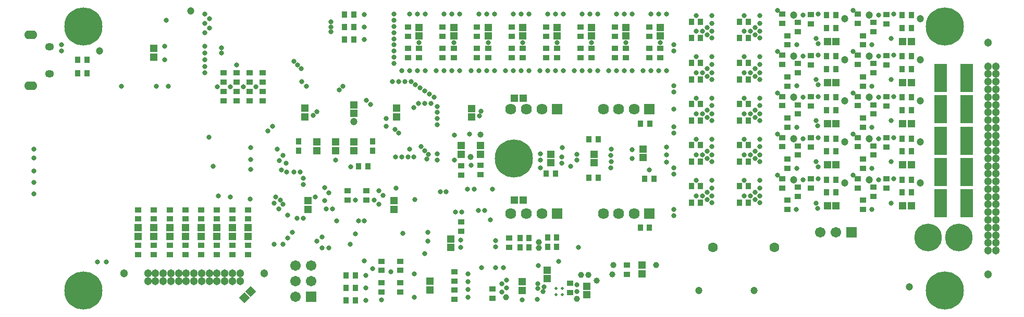
<source format=gbr>
%TF.GenerationSoftware,Altium Limited,Altium Designer,22.4.2 (48)*%
G04 Layer_Color=16711935*
%FSLAX45Y45*%
%MOMM*%
%TF.SameCoordinates,DD45EC1B-027E-4741-A071-7A00BA1CB46E*%
%TF.FilePolarity,Negative*%
%TF.FileFunction,Soldermask,Bot*%
%TF.Part,Single*%
G01*
G75*
%TA.AperFunction,ViaPad*%
%ADD89C,0.50000*%
%TA.AperFunction,SMDPad,CuDef*%
%ADD97R,0.90320X1.10320*%
%ADD98R,2.10320X4.64320*%
%ADD99R,1.30320X1.25320*%
%ADD100R,1.10320X0.90320*%
%ADD101R,0.90320X1.05320*%
%ADD102R,1.25320X1.30320*%
G04:AMPARAMS|DCode=103|XSize=1.3032mm|YSize=1.2532mm|CornerRadius=0mm|HoleSize=0mm|Usage=FLASHONLY|Rotation=315.000|XOffset=0mm|YOffset=0mm|HoleType=Round|Shape=Rectangle|*
%AMROTATEDRECTD103*
4,1,4,-0.90383,0.01768,-0.01768,0.90383,0.90383,-0.01768,0.01768,-0.90383,-0.90383,0.01768,0.0*
%
%ADD103ROTATEDRECTD103*%

%TA.AperFunction,ComponentPad*%
%ADD104R,1.70320X1.70320*%
%ADD105C,4.50320*%
%ADD106C,1.30320*%
%ADD107C,1.79320*%
%ADD108R,1.79320X1.79320*%
%ADD109C,1.70320*%
%ADD110O,1.45320X1.25320*%
%ADD111O,2.10320X1.40320*%
%ADD112R,1.70320X1.70320*%
%TA.AperFunction,ViaPad*%
%ADD113C,0.80320*%
%ADD114C,1.20320*%
%ADD115C,1.00320*%
%ADD116C,6.20320*%
%ADD117C,1.60320*%
D89*
X9680002Y1385001D02*
D03*
X9780002D02*
D03*
X9680002Y1285001D02*
D03*
X9780002D02*
D03*
D97*
X11050000Y2370000D02*
D03*
X11200000D02*
D03*
X11055000Y4065000D02*
D03*
X11205000D02*
D03*
X9545000Y2210000D02*
D03*
X9695000D02*
D03*
X9095000Y2205000D02*
D03*
X9245000D02*
D03*
X9695000Y2060000D02*
D03*
X9545000D02*
D03*
X9095000Y2055000D02*
D03*
X9245000Y2055000D02*
D03*
X11125000Y3170000D02*
D03*
X11275000D02*
D03*
X9525000Y3250000D02*
D03*
X9675000D02*
D03*
X10365000Y3810000D02*
D03*
X10215000D02*
D03*
X10220000Y3190000D02*
D03*
X10370000Y3190000D02*
D03*
X2060000Y5105000D02*
D03*
X1910000D02*
D03*
X2060000Y4890001D02*
D03*
X1910000Y4890000D02*
D03*
X6475000Y3370000D02*
D03*
X6625000D02*
D03*
X6420000Y1190000D02*
D03*
X6270000D02*
D03*
X6420000Y1395000D02*
D03*
X6270000D02*
D03*
Y1594999D02*
D03*
X6420000D02*
D03*
X6395000Y5440000D02*
D03*
X6245000Y5440000D02*
D03*
X6395000Y5645000D02*
D03*
X6245000Y5645000D02*
D03*
X6245000Y5844999D02*
D03*
X6395000Y5844999D02*
D03*
X11879999Y2780000D02*
D03*
X12029999D02*
D03*
X11879999Y3050000D02*
D03*
X12029999D02*
D03*
X12659998Y2780000D02*
D03*
X12809998D02*
D03*
X12659998Y3050000D02*
D03*
X12809998D02*
D03*
X11879999Y3450000D02*
D03*
X12029999D02*
D03*
X11879999Y3720000D02*
D03*
X12029999D02*
D03*
X12659998Y3450000D02*
D03*
X12809998D02*
D03*
X12659998Y3720000D02*
D03*
X12809998D02*
D03*
X11879999Y4120000D02*
D03*
X12029999D02*
D03*
X11879999Y4390000D02*
D03*
X12029999D02*
D03*
X12659998Y4120000D02*
D03*
X12809998D02*
D03*
X12659998Y4390000D02*
D03*
X12809998D02*
D03*
X11879999Y4790000D02*
D03*
X12029999D02*
D03*
X11879999Y5060000D02*
D03*
X12029999D02*
D03*
X12659998Y4790000D02*
D03*
X12809998D02*
D03*
X12659998Y5060000D02*
D03*
X12809998D02*
D03*
X11879999Y5459999D02*
D03*
X12029999D02*
D03*
X11879999Y5729999D02*
D03*
X12029999D02*
D03*
X12659998Y5730000D02*
D03*
X12809998D02*
D03*
X12659998Y5460000D02*
D03*
X12809998D02*
D03*
X14230000Y3155001D02*
D03*
X14080003D02*
D03*
X14230000Y2945001D02*
D03*
X14080003D02*
D03*
X15305000Y5835000D02*
D03*
X15455000D02*
D03*
X15305000Y5625000D02*
D03*
X15455000D02*
D03*
X14079999Y4495001D02*
D03*
X14229996D02*
D03*
X14079999Y4285001D02*
D03*
X14229996D02*
D03*
X14079999Y3825001D02*
D03*
X14230000D02*
D03*
X14079999Y3615001D02*
D03*
X14230000D02*
D03*
X14080003Y5165001D02*
D03*
X14230000D02*
D03*
X14080003Y4955001D02*
D03*
X14230000D02*
D03*
X14079999Y5835001D02*
D03*
X14230000D02*
D03*
X14079999Y5625001D02*
D03*
X14230000D02*
D03*
X15305003Y3825001D02*
D03*
X15455000D02*
D03*
X15305003Y3615001D02*
D03*
X15455000D02*
D03*
X15304997Y4495001D02*
D03*
X15455000D02*
D03*
X15304997Y4285001D02*
D03*
X15455000D02*
D03*
X15304997Y3155001D02*
D03*
X15454996D02*
D03*
X15304997Y2945001D02*
D03*
X15454996D02*
D03*
X15304997Y5165001D02*
D03*
X15455000D02*
D03*
X15304997Y4955001D02*
D03*
X15455000D02*
D03*
D98*
X15927499Y4300000D02*
D03*
X16352499D02*
D03*
X15927499Y4810001D02*
D03*
X16352499Y4810001D02*
D03*
X15927499Y2770000D02*
D03*
X16352499D02*
D03*
X15927499Y3280000D02*
D03*
X16352499D02*
D03*
X15927499Y3790000D02*
D03*
X16352499D02*
D03*
D99*
X7630000Y1360991D02*
D03*
Y1500991D02*
D03*
X9535002Y1680001D02*
D03*
Y1540001D02*
D03*
X10180000Y1420000D02*
D03*
Y1280000D02*
D03*
X9135002Y1492502D02*
D03*
Y1352502D02*
D03*
X7970000Y2050000D02*
D03*
Y2190000D02*
D03*
X4170001Y2370000D02*
D03*
Y2230000D02*
D03*
X9600002Y3569999D02*
D03*
Y3429998D02*
D03*
X6100000Y3630000D02*
D03*
Y3770000D02*
D03*
X6400000Y3630000D02*
D03*
Y3770000D02*
D03*
X11080000Y1760000D02*
D03*
Y1620000D02*
D03*
X8307497Y4313751D02*
D03*
Y4173751D02*
D03*
X10300000Y3570002D02*
D03*
Y3430002D02*
D03*
X11100000Y3655000D02*
D03*
Y3515000D02*
D03*
X8140000Y3710000D02*
D03*
Y3570000D02*
D03*
X8455000Y3710000D02*
D03*
Y3570000D02*
D03*
X3150000Y5290000D02*
D03*
Y5150000D02*
D03*
X6395000Y4235000D02*
D03*
Y4375000D02*
D03*
X5650000Y2810000D02*
D03*
Y2670000D02*
D03*
X5605000Y4180000D02*
D03*
Y4320000D02*
D03*
X7090000Y4180000D02*
D03*
Y4320000D02*
D03*
X7050000Y2670000D02*
D03*
Y2810000D02*
D03*
X5800000Y3630000D02*
D03*
Y3770000D02*
D03*
X2895001Y2370000D02*
D03*
Y2230000D02*
D03*
X3150001Y2370000D02*
D03*
Y2230000D02*
D03*
X4425001Y2370000D02*
D03*
Y2230000D02*
D03*
X3660001Y2370000D02*
D03*
Y2230000D02*
D03*
X3405001Y2370000D02*
D03*
Y2230000D02*
D03*
X3915001Y2370000D02*
D03*
Y2230000D02*
D03*
X4680001Y2370000D02*
D03*
Y2230000D02*
D03*
X8579007Y5494999D02*
D03*
Y5634998D02*
D03*
X9139007Y5494999D02*
D03*
Y5634998D02*
D03*
X8019007Y5494999D02*
D03*
Y5634998D02*
D03*
X7459007D02*
D03*
Y5494999D02*
D03*
X10259007D02*
D03*
Y5634998D02*
D03*
X11379006Y5494999D02*
D03*
Y5634998D02*
D03*
X9699007Y5494999D02*
D03*
Y5634998D02*
D03*
X10819007Y5494999D02*
D03*
Y5634998D02*
D03*
D100*
X14670000Y5500000D02*
D03*
X14585001Y5700000D02*
D03*
X13445001Y5500001D02*
D03*
X13359996Y5699998D02*
D03*
X14670001Y4830001D02*
D03*
X14584996Y5029998D02*
D03*
X13445001Y4829996D02*
D03*
X13359996Y5030003D02*
D03*
X14670001Y4160001D02*
D03*
X14584996Y4359998D02*
D03*
X13445001Y4160001D02*
D03*
X13359996Y4359998D02*
D03*
X13445001Y3490001D02*
D03*
X13359996Y3689998D02*
D03*
X14670001Y2820001D02*
D03*
X14584996Y3019998D02*
D03*
X13445001Y2819996D02*
D03*
X13360001Y3020003D02*
D03*
X14670001Y3489996D02*
D03*
X14584996Y3690003D02*
D03*
X8920000Y2205000D02*
D03*
Y2055000D02*
D03*
X8650000Y1225000D02*
D03*
Y1375000D02*
D03*
X9910000Y1315000D02*
D03*
Y1465000D02*
D03*
X8140000Y2465000D02*
D03*
Y2315000D02*
D03*
X6850000Y1475000D02*
D03*
Y1325000D02*
D03*
Y1825000D02*
D03*
Y1675000D02*
D03*
X4285000Y4440000D02*
D03*
Y4590000D02*
D03*
Y4745000D02*
D03*
Y4895000D02*
D03*
X4170001Y2515000D02*
D03*
Y2665000D02*
D03*
Y1935000D02*
D03*
Y2085000D02*
D03*
X6600000Y2825000D02*
D03*
Y2975000D02*
D03*
X6300000Y2975000D02*
D03*
Y2825000D02*
D03*
X10835000Y1615000D02*
D03*
Y1765000D02*
D03*
X7150000Y1675000D02*
D03*
Y1825000D02*
D03*
Y1325000D02*
D03*
Y1475000D02*
D03*
X8140000Y3230000D02*
D03*
Y3380000D02*
D03*
X8455000Y3390000D02*
D03*
Y3240000D02*
D03*
X4495000Y4895000D02*
D03*
Y4745000D02*
D03*
Y4590000D02*
D03*
Y4440000D02*
D03*
X4705000Y4895000D02*
D03*
Y4745000D02*
D03*
Y4590000D02*
D03*
Y4440000D02*
D03*
X4915000Y4590000D02*
D03*
Y4440000D02*
D03*
Y4895000D02*
D03*
Y4745000D02*
D03*
X8030000Y1355000D02*
D03*
Y1205000D02*
D03*
X8030000Y1505000D02*
D03*
Y1655000D02*
D03*
X2895001Y1935000D02*
D03*
Y2085000D02*
D03*
Y2515000D02*
D03*
Y2665000D02*
D03*
X3150001Y1935000D02*
D03*
Y2085000D02*
D03*
Y2515000D02*
D03*
Y2665000D02*
D03*
X4425001Y2515000D02*
D03*
Y2665000D02*
D03*
Y1935000D02*
D03*
Y2085000D02*
D03*
X3660001Y2515000D02*
D03*
Y2665000D02*
D03*
Y1935000D02*
D03*
Y2085000D02*
D03*
X3405001Y2515000D02*
D03*
Y2665000D02*
D03*
Y1935000D02*
D03*
Y2085000D02*
D03*
X3915001Y2515000D02*
D03*
Y2665000D02*
D03*
Y1935000D02*
D03*
Y2085000D02*
D03*
X4680001Y2515000D02*
D03*
Y2665000D02*
D03*
Y1935000D02*
D03*
Y2085000D02*
D03*
X8399007Y5639997D02*
D03*
Y5490000D02*
D03*
X8579007Y5144997D02*
D03*
Y5294999D02*
D03*
X8399007Y5144997D02*
D03*
Y5294999D02*
D03*
X8959007Y5639997D02*
D03*
Y5490000D02*
D03*
X9139007Y5144997D02*
D03*
Y5294999D02*
D03*
X8959007Y5144997D02*
D03*
Y5294999D02*
D03*
X7839007Y5639997D02*
D03*
Y5490000D02*
D03*
X8019007Y5144997D02*
D03*
Y5294999D02*
D03*
X7839007Y5144997D02*
D03*
Y5294999D02*
D03*
X7279008Y5490000D02*
D03*
Y5639997D02*
D03*
X7459007Y5294999D02*
D03*
Y5144997D02*
D03*
X7279008Y5294999D02*
D03*
Y5144997D02*
D03*
X10079007Y5639997D02*
D03*
Y5490000D02*
D03*
X10259007Y5144997D02*
D03*
Y5294999D02*
D03*
X10079007Y5144997D02*
D03*
Y5294999D02*
D03*
X11199007Y5639997D02*
D03*
Y5490000D02*
D03*
X11379006Y5144997D02*
D03*
Y5294999D02*
D03*
X11199007Y5144997D02*
D03*
Y5294999D02*
D03*
X9519007Y5639997D02*
D03*
Y5490000D02*
D03*
X9699007Y5144997D02*
D03*
Y5294999D02*
D03*
X9519007Y5144997D02*
D03*
Y5294999D02*
D03*
X10639007Y5639997D02*
D03*
Y5490000D02*
D03*
X10819007Y5144997D02*
D03*
Y5294999D02*
D03*
X10639007Y5144997D02*
D03*
Y5294999D02*
D03*
X13825002Y3165001D02*
D03*
Y3015003D02*
D03*
X13615001Y2884999D02*
D03*
Y3034996D02*
D03*
X13360001Y3170001D02*
D03*
X13445001Y2669999D02*
D03*
X15050000Y5695000D02*
D03*
Y5844999D02*
D03*
X14839999Y5715000D02*
D03*
Y5565000D02*
D03*
X14585001Y5849999D02*
D03*
X14670000Y5350000D02*
D03*
X13825002Y4354998D02*
D03*
Y4504995D02*
D03*
X13615001Y4375001D02*
D03*
Y4225004D02*
D03*
X13359996Y4509995D02*
D03*
X13445001Y4010004D02*
D03*
X13825002Y3684998D02*
D03*
Y3835000D02*
D03*
X13615001Y3705001D02*
D03*
Y3554999D02*
D03*
X13359996Y3840000D02*
D03*
X13445001Y3339999D02*
D03*
X13825002Y5025003D02*
D03*
Y5175000D02*
D03*
X13615001Y5044996D02*
D03*
Y4894999D02*
D03*
X13359996Y5180000D02*
D03*
X13445001Y4679999D02*
D03*
X13825002Y5694998D02*
D03*
Y5845000D02*
D03*
X13615001Y5715001D02*
D03*
Y5564999D02*
D03*
X13359996Y5850000D02*
D03*
X13445001Y5349999D02*
D03*
X15050002Y3685003D02*
D03*
Y3835000D02*
D03*
X14840001Y3704996D02*
D03*
Y3554999D02*
D03*
X14584996Y3840000D02*
D03*
X14670001Y3339999D02*
D03*
X15050002Y4354998D02*
D03*
Y4505000D02*
D03*
X14840001Y4375001D02*
D03*
Y4224999D02*
D03*
X14584996Y4510000D02*
D03*
X14670001Y4009999D02*
D03*
X15050002Y3014998D02*
D03*
Y3164995D02*
D03*
X14840001Y3035001D02*
D03*
Y2885004D02*
D03*
X14584996Y3169995D02*
D03*
X14670001Y2670004D02*
D03*
X15050002Y5024998D02*
D03*
Y5175000D02*
D03*
X14840001Y5045001D02*
D03*
Y4894999D02*
D03*
X14584996Y5180000D02*
D03*
X14670001Y4679999D02*
D03*
D101*
X5500000Y3622500D02*
D03*
Y3777500D02*
D03*
X6700000D02*
D03*
Y3622500D02*
D03*
D102*
X9005000Y4480000D02*
D03*
X9145000D02*
D03*
X9005000Y2825000D02*
D03*
X9145000D02*
D03*
X15455000Y3394998D02*
D03*
X15314999D02*
D03*
X14089999Y2724998D02*
D03*
X14230000D02*
D03*
X15455000Y5405000D02*
D03*
X15314999D02*
D03*
X14230005Y4064998D02*
D03*
X14089999D02*
D03*
X14230000Y3394998D02*
D03*
X14089999D02*
D03*
X14230000Y4734998D02*
D03*
X14089999D02*
D03*
X14230000Y5404998D02*
D03*
X14089999D02*
D03*
X15455000Y4064998D02*
D03*
X15314999D02*
D03*
X15455005Y2724998D02*
D03*
X15314999D02*
D03*
X15455000Y4734998D02*
D03*
X15314999D02*
D03*
D103*
X4719498Y1329497D02*
D03*
X4620503Y1230502D02*
D03*
D104*
X14480000Y2300000D02*
D03*
D105*
X15724995Y2210000D02*
D03*
X16225000Y2210000D02*
D03*
D106*
X16700000Y4875000D02*
D03*
X16825000D02*
D03*
X16700000Y4625000D02*
D03*
X16825000D02*
D03*
X16700000Y4375000D02*
D03*
X16825000D02*
D03*
X16700000Y4125000D02*
D03*
X16825000D02*
D03*
X16700000Y3875000D02*
D03*
X16825000D02*
D03*
X16700000Y3625000D02*
D03*
X16825000D02*
D03*
X16700000Y3375000D02*
D03*
X16825000D02*
D03*
X16700000Y3125000D02*
D03*
X16825000D02*
D03*
X16700000Y2875000D02*
D03*
X16825000D02*
D03*
X16700000Y2625000D02*
D03*
X16825000D02*
D03*
X2660000Y1625000D02*
D03*
X4940001Y1625000D02*
D03*
X3050001Y1500001D02*
D03*
X3175000D02*
D03*
X3299998D02*
D03*
X3425002D02*
D03*
X3550001D02*
D03*
X3674999D02*
D03*
X3800003D02*
D03*
X3925001D02*
D03*
X4050000D02*
D03*
X4174998D02*
D03*
X4300002D02*
D03*
X4425000D02*
D03*
X4549998D02*
D03*
X3050002Y1625000D02*
D03*
X3175000D02*
D03*
X3299998D02*
D03*
X3425002D02*
D03*
X3550000D02*
D03*
X3674999D02*
D03*
X3800003D02*
D03*
X3925001D02*
D03*
X4050000D02*
D03*
X4174998D02*
D03*
X4300002D02*
D03*
X4425000D02*
D03*
X4549999D02*
D03*
X16700000Y2500000D02*
D03*
X16825000Y2375000D02*
D03*
Y2500000D02*
D03*
X16700000Y2250000D02*
D03*
X16825000D02*
D03*
X16700000Y2125000D02*
D03*
X16825000D02*
D03*
X16700000Y2375000D02*
D03*
Y2000000D02*
D03*
X16825000D02*
D03*
X16700000Y1610000D02*
D03*
Y5390000D02*
D03*
X16825000Y2750000D02*
D03*
Y3000000D02*
D03*
Y3250000D02*
D03*
Y3500000D02*
D03*
Y3750000D02*
D03*
Y4000000D02*
D03*
Y4250000D02*
D03*
Y4500000D02*
D03*
Y4750000D02*
D03*
Y5000000D02*
D03*
X16700000Y2750000D02*
D03*
Y3000000D02*
D03*
Y3250000D02*
D03*
Y3500000D02*
D03*
Y3750000D02*
D03*
Y4000000D02*
D03*
Y4250000D02*
D03*
Y4500000D02*
D03*
Y4750000D02*
D03*
Y5000000D02*
D03*
D107*
X8949998Y4299999D02*
D03*
X9200000D02*
D03*
X9450002D02*
D03*
X10949999Y2600001D02*
D03*
X10699997D02*
D03*
X10450000D02*
D03*
X10950002Y4300002D02*
D03*
X10700000D02*
D03*
X10449998D02*
D03*
X8949998Y2599999D02*
D03*
X9200000D02*
D03*
X9450002D02*
D03*
D108*
X9699999Y4299999D02*
D03*
X11200001Y2600001D02*
D03*
X11199999Y4300001D02*
D03*
X9699999Y2599999D02*
D03*
D109*
X13972000Y2300000D02*
D03*
X14225999D02*
D03*
X5451000Y1251000D02*
D03*
X5705000Y1505000D02*
D03*
X5451000D02*
D03*
X5705000Y1759000D02*
D03*
X5451000D02*
D03*
D110*
X1450000Y5322500D02*
D03*
Y4877497D02*
D03*
D111*
X1150001Y4682502D02*
D03*
X1150001Y5517501D02*
D03*
D112*
X5705000Y1251000D02*
D03*
D113*
X7380000Y1240491D02*
D03*
Y1621491D02*
D03*
X5990000Y2940000D02*
D03*
X5925858Y2810000D02*
D03*
X10050000Y2050000D02*
D03*
X10020000Y1440000D02*
D03*
Y1330000D02*
D03*
X9727502Y1822502D02*
D03*
X8620000Y2500000D02*
D03*
X8700000Y2160000D02*
D03*
Y2060000D02*
D03*
X9135002Y1199050D02*
D03*
X9380002Y1205001D02*
D03*
X9385002Y1460001D02*
D03*
Y1380001D02*
D03*
X9395000Y1755000D02*
D03*
X9470002Y1330001D02*
D03*
X9485002Y1410001D02*
D03*
X8800002Y1325001D02*
D03*
X8880002Y1390002D02*
D03*
X8800002Y1455001D02*
D03*
X8880002Y1520002D02*
D03*
X8700000Y1725000D02*
D03*
X8825000D02*
D03*
X7600000Y2150000D02*
D03*
Y2300000D02*
D03*
X7195000Y2278661D02*
D03*
X6700000Y1700000D02*
D03*
X5880000Y2040000D02*
D03*
X5990000D02*
D03*
X6118446Y2485000D02*
D03*
X5800000Y2150000D02*
D03*
X5880000Y2220000D02*
D03*
X8130000Y2050000D02*
D03*
Y2170000D02*
D03*
X5475000Y2525000D02*
D03*
X5575000D02*
D03*
X8050000Y2625000D02*
D03*
X6050000Y2675000D02*
D03*
X8650000Y3000000D02*
D03*
X5950000Y2675000D02*
D03*
X5770000Y2870000D02*
D03*
X4050000Y5775000D02*
D03*
X3975000Y5700000D02*
D03*
X4050000Y5625000D02*
D03*
X7300000Y3650000D02*
D03*
X9920000Y3370000D02*
D03*
X11475000Y3687501D02*
D03*
Y3562498D02*
D03*
Y3437499D02*
D03*
X10580000Y3450000D02*
D03*
X10920000Y3500000D02*
D03*
Y3640000D02*
D03*
X10020000Y3570000D02*
D03*
Y3470000D02*
D03*
X3350000Y5750000D02*
D03*
X9425000Y3350000D02*
D03*
X8150000Y2625000D02*
D03*
X2235000Y1815000D02*
D03*
X2375000D02*
D03*
X7550000Y1950000D02*
D03*
X6925000Y4025000D02*
D03*
Y4150000D02*
D03*
X5575000Y3075000D02*
D03*
Y3175000D02*
D03*
X7000000Y1650000D02*
D03*
X6850000Y1200000D02*
D03*
X7375000Y4325000D02*
D03*
X7450000Y4400000D02*
D03*
X7550000D02*
D03*
X7650000D02*
D03*
X4495000Y5025000D02*
D03*
X4180000Y4670000D02*
D03*
X4390000D02*
D03*
X4600000D02*
D03*
X4810000D02*
D03*
X11595000Y3915000D02*
D03*
X12209999Y5570000D02*
D03*
X5925000Y3025000D02*
D03*
X4715000Y2840000D02*
D03*
X4390000Y2875000D02*
D03*
X4200000Y2890000D02*
D03*
X4110000Y3370000D02*
D03*
X4045000Y3850000D02*
D03*
X5125000Y2875000D02*
D03*
X5220000Y3315000D02*
D03*
X5000000Y3950000D02*
D03*
X5075000Y4025000D02*
D03*
X5300000Y3425000D02*
D03*
X5190000Y3465000D02*
D03*
X5525000Y3275000D02*
D03*
X5425000D02*
D03*
X6800000Y2975000D02*
D03*
X6875000Y2900000D02*
D03*
X7390000Y2830000D02*
D03*
X7085000Y3020000D02*
D03*
X5625000Y4675000D02*
D03*
X5550000Y4750000D02*
D03*
X11600000Y4300001D02*
D03*
X8245000Y3000000D02*
D03*
X8350000D02*
D03*
X8425000Y2650000D02*
D03*
X8525000D02*
D03*
X6570000Y2487300D02*
D03*
X6475000Y2485000D02*
D03*
X6420000Y2275000D02*
D03*
X7750000Y4150000D02*
D03*
Y4050000D02*
D03*
Y4250000D02*
D03*
X7900000Y2955000D02*
D03*
X7800000D02*
D03*
X12839998Y2890000D02*
D03*
X11600000Y3245000D02*
D03*
X7175000Y3525000D02*
D03*
X7075000D02*
D03*
X7275000D02*
D03*
X7375000D02*
D03*
X8475000Y1725000D02*
D03*
X15170000Y3170000D02*
D03*
X7992997Y4930001D02*
D03*
X7865997D02*
D03*
X8119997D02*
D03*
X7475000Y4650000D02*
D03*
X7225000Y4750000D02*
D03*
X7125000D02*
D03*
X7178998Y4930001D02*
D03*
X11960059Y5154931D02*
D03*
X12209999Y5155000D02*
D03*
X11959999Y5825000D02*
D03*
X12209999D02*
D03*
Y5700000D02*
D03*
X6800000Y2750000D02*
D03*
X7750000Y3575000D02*
D03*
Y3475000D02*
D03*
X12209999Y3145000D02*
D03*
Y3020000D02*
D03*
X7700000Y4500000D02*
D03*
X7625000Y4550000D02*
D03*
X7550000Y4600000D02*
D03*
X7400000Y4700000D02*
D03*
X7325000Y4750000D02*
D03*
X7750000Y4350000D02*
D03*
X7025000Y4750000D02*
D03*
X7050000Y5050000D02*
D03*
Y5150000D02*
D03*
X7460000Y5385000D02*
D03*
X9140000D02*
D03*
X7050000Y5250000D02*
D03*
X11600000Y4585000D02*
D03*
X7050000Y5350000D02*
D03*
Y5450000D02*
D03*
X11098997Y4930001D02*
D03*
X7050000Y5550000D02*
D03*
Y5650000D02*
D03*
Y5750000D02*
D03*
X1200000Y3510000D02*
D03*
X7559998Y5854998D02*
D03*
X7305998D02*
D03*
X8030000Y3880000D02*
D03*
X8035000Y3470000D02*
D03*
X8985997Y5854998D02*
D03*
X7050000Y5850000D02*
D03*
X12989998Y5570000D02*
D03*
X12989999Y5460000D02*
D03*
X12739998Y5825000D02*
D03*
X11600000Y3345000D02*
D03*
X12989998Y3145000D02*
D03*
X6025000Y5565000D02*
D03*
Y5645000D02*
D03*
Y5725000D02*
D03*
X5545000Y4960000D02*
D03*
X5485000Y5020000D02*
D03*
X5425000Y5080000D02*
D03*
X7865997Y5854998D02*
D03*
X11225997D02*
D03*
X7992997D02*
D03*
X11352997D02*
D03*
Y4930001D02*
D03*
X9545997Y5854998D02*
D03*
X10919997D02*
D03*
X10105997D02*
D03*
X10665997D02*
D03*
X11595000Y2570000D02*
D03*
Y2670000D02*
D03*
Y4015000D02*
D03*
X11600000Y4685000D02*
D03*
X13935001Y2690000D02*
D03*
X13939999Y3365000D02*
D03*
X13935001Y4035000D02*
D03*
X13939999Y4705000D02*
D03*
X11600000Y5250000D02*
D03*
Y5350000D02*
D03*
X14510001Y5240000D02*
D03*
X13939999Y5370000D02*
D03*
X7124491Y3913275D02*
D03*
X7610000Y3570000D02*
D03*
X7550000Y3630000D02*
D03*
X7580000Y3490000D02*
D03*
X8460000Y4270000D02*
D03*
X7490000Y3690000D02*
D03*
X8440000Y4190000D02*
D03*
X5400000Y2300000D02*
D03*
X10575000Y3350000D02*
D03*
Y3550000D02*
D03*
X10580000Y3650000D02*
D03*
X9780000Y3675000D02*
D03*
X9425000Y3575000D02*
D03*
X9775000Y3525000D02*
D03*
X9425000Y3475000D02*
D03*
X9775000Y3425000D02*
D03*
X8255000Y1621491D02*
D03*
Y1494491D02*
D03*
Y1240491D02*
D03*
Y1367491D02*
D03*
X1650000Y5250000D02*
D03*
X3975000Y5215000D02*
D03*
X4250000Y5220000D02*
D03*
Y5305000D02*
D03*
X6725000Y2825000D02*
D03*
X8300000Y3390000D02*
D03*
X8274998Y3900000D02*
D03*
X3325000Y5111249D02*
D03*
Y5331249D02*
D03*
X3975000Y4896248D02*
D03*
Y5105000D02*
D03*
Y5330000D02*
D03*
Y5550000D02*
D03*
Y5001252D02*
D03*
Y5850000D02*
D03*
X5305000Y3280000D02*
D03*
X5325000Y2575000D02*
D03*
Y2200000D02*
D03*
X5250000Y2100000D02*
D03*
X5100000D02*
D03*
X5250000Y2750000D02*
D03*
X5200000Y2825000D02*
D03*
X5175000Y2675000D02*
D03*
X5100000Y2775000D02*
D03*
X6425000Y2825000D02*
D03*
X4725000Y3325000D02*
D03*
Y3480000D02*
D03*
Y3675000D02*
D03*
X3379998Y4675000D02*
D03*
X3190000D02*
D03*
X2620000D02*
D03*
X1200000Y3650000D02*
D03*
Y3300000D02*
D03*
Y3110000D02*
D03*
Y2925000D02*
D03*
X6600000Y4450000D02*
D03*
X6345000Y3360000D02*
D03*
X6100000Y3475000D02*
D03*
X5250000Y3550000D02*
D03*
X5155000Y3650000D02*
D03*
X6160000Y4620000D02*
D03*
X5740000Y4200000D02*
D03*
X6669950Y4380000D02*
D03*
X5800000Y4260000D02*
D03*
X6220000Y4680000D02*
D03*
X7065000Y3975000D02*
D03*
X14924805Y5835195D02*
D03*
X12989998Y5700000D02*
D03*
X15170000Y5850000D02*
D03*
X15130000Y5455000D02*
D03*
X12989998Y5825000D02*
D03*
X14510001Y5910000D02*
D03*
X14814999Y5350000D02*
D03*
X13700000Y5835000D02*
D03*
X13945000Y5850000D02*
D03*
X12210000Y5460000D02*
D03*
X13905000Y5455000D02*
D03*
X13285001Y5910000D02*
D03*
X13590096Y5350394D02*
D03*
X14925000Y5165000D02*
D03*
X12989998Y5030000D02*
D03*
X15170000Y5180000D02*
D03*
X12989999Y4790000D02*
D03*
X15130000Y4785000D02*
D03*
X12989998Y5155000D02*
D03*
Y4900000D02*
D03*
X14814999Y4680000D02*
D03*
X13700000Y5165000D02*
D03*
X12209999Y5030000D02*
D03*
X13945000Y5180000D02*
D03*
X12210000Y4790000D02*
D03*
X13905000Y4785000D02*
D03*
X13285001Y5240000D02*
D03*
X12209999Y4900000D02*
D03*
X13590096Y4680394D02*
D03*
X14925000Y4495000D02*
D03*
X12989998Y4360000D02*
D03*
X15170000Y4510000D02*
D03*
X12989999Y4120000D02*
D03*
X15130000Y4115000D02*
D03*
X12989998Y4485000D02*
D03*
X14510001Y4570000D02*
D03*
X12989998Y4230000D02*
D03*
X14814999Y4010000D02*
D03*
X13700000Y4495000D02*
D03*
X12209999Y4360000D02*
D03*
X13945000Y4510000D02*
D03*
X12210000Y4120000D02*
D03*
X13905000Y4115000D02*
D03*
X12209999Y4485000D02*
D03*
X13285001Y4570000D02*
D03*
X12209999Y4230000D02*
D03*
X13590096Y4010394D02*
D03*
X14925000Y3825000D02*
D03*
X12989998Y3690000D02*
D03*
X15170000Y3840000D02*
D03*
X12989999Y3450000D02*
D03*
X15130000Y3445000D02*
D03*
X12989998Y3815000D02*
D03*
X14510001Y3900000D02*
D03*
X12989998Y3560000D02*
D03*
X14814999Y3340000D02*
D03*
X13700000Y3825000D02*
D03*
X12209999Y3690000D02*
D03*
X13945000Y3840000D02*
D03*
X12210000Y3450000D02*
D03*
X13905000Y3445000D02*
D03*
X12209999Y3815000D02*
D03*
X13285001Y3900000D02*
D03*
X12209999Y3560000D02*
D03*
X13589999Y3340000D02*
D03*
X6590000Y1395000D02*
D03*
X6590000Y1190000D02*
D03*
X6590000Y1595000D02*
D03*
X6565000Y5844999D02*
D03*
Y5645000D02*
D03*
Y5440000D02*
D03*
Y1835001D02*
D03*
X6340000Y2100000D02*
D03*
X11479997Y4930001D02*
D03*
X8858997D02*
D03*
X8985997D02*
D03*
X8425997D02*
D03*
X8552997D02*
D03*
X8679997D02*
D03*
X10538997D02*
D03*
X9112997Y5854998D02*
D03*
X10232997D02*
D03*
X10359997D02*
D03*
X8679997D02*
D03*
X11225997Y4930001D02*
D03*
X11479997Y5854998D02*
D03*
X11379999Y5385000D02*
D03*
X10665997Y4930001D02*
D03*
X10919997D02*
D03*
X10792997Y5854998D02*
D03*
X10819999Y5385000D02*
D03*
X10792997Y4930001D02*
D03*
X10105997D02*
D03*
X10359997D02*
D03*
X9978997D02*
D03*
X10260000Y5385000D02*
D03*
X10232997Y4930001D02*
D03*
X9545997D02*
D03*
X9799997D02*
D03*
X9672997Y5854998D02*
D03*
X9799997D02*
D03*
X9418997Y4930001D02*
D03*
X9700000Y5385000D02*
D03*
X9672997Y4930001D02*
D03*
X9239997D02*
D03*
Y5854998D02*
D03*
X9112997Y4930001D02*
D03*
X8552997Y5854998D02*
D03*
X8298997Y4930001D02*
D03*
X8580000Y5385000D02*
D03*
X8425997Y5854998D02*
D03*
X8119997D02*
D03*
X7738997Y4930001D02*
D03*
X8020000Y5385000D02*
D03*
X11200001Y3312501D02*
D03*
X7432998Y5854998D02*
D03*
X1650000Y5350000D02*
D03*
X14925000Y3155000D02*
D03*
X7432998Y4930001D02*
D03*
X7559998D02*
D03*
X7305998D02*
D03*
X13589925Y2670135D02*
D03*
X12739998Y3145000D02*
D03*
X12059999Y2890000D02*
D03*
X12209999D02*
D03*
X12210000Y2780000D02*
D03*
X11959999Y2890000D02*
D03*
X12135000Y2830000D02*
D03*
X11959999Y3145000D02*
D03*
X12134999Y2950000D02*
D03*
X12989998Y3020000D02*
D03*
Y2890000D02*
D03*
X12989999Y2780000D02*
D03*
X12739998Y2890000D02*
D03*
X12914999Y2830000D02*
D03*
X12914998Y2950000D02*
D03*
X12059999Y3560000D02*
D03*
X11959999D02*
D03*
X12135000Y3500000D02*
D03*
X11959999Y3815000D02*
D03*
X12134999Y3620000D02*
D03*
X12839998Y3560000D02*
D03*
X12739998D02*
D03*
X12914999Y3500000D02*
D03*
X12739998Y3815000D02*
D03*
X12914998Y3620000D02*
D03*
X12059999Y4230000D02*
D03*
X11959999D02*
D03*
X12135000Y4170000D02*
D03*
X11959999Y4485000D02*
D03*
X12134999Y4290000D02*
D03*
X12839998Y4230000D02*
D03*
X12739998D02*
D03*
X12914999Y4170000D02*
D03*
X12739998Y4485000D02*
D03*
X12914998Y4290000D02*
D03*
X12059999Y4900000D02*
D03*
X11959999D02*
D03*
X12135000Y4840000D02*
D03*
X12134999Y4960000D02*
D03*
X12839998Y4900000D02*
D03*
X12739998D02*
D03*
X12914999Y4840000D02*
D03*
X12739998Y5155000D02*
D03*
X12914998Y4960000D02*
D03*
X12059999Y5570000D02*
D03*
X11959999D02*
D03*
X12135000Y5510000D02*
D03*
X12134999Y5630000D02*
D03*
X12914999Y5510000D02*
D03*
X12914998Y5630000D02*
D03*
X12839998Y5570000D02*
D03*
X12739998D02*
D03*
X13285001Y3230000D02*
D03*
X13905000Y2775000D02*
D03*
X13945000Y3170000D02*
D03*
X13700000Y3155000D02*
D03*
X14814999Y2670000D02*
D03*
X14510001Y3230000D02*
D03*
X15130000Y2775000D02*
D03*
D114*
X14770000Y3155000D02*
D03*
X13544904Y3154606D02*
D03*
X13545000Y3825000D02*
D03*
X14770000D02*
D03*
X13545000Y4495000D02*
D03*
X14770000D02*
D03*
X13545000Y5165000D02*
D03*
X14770000D02*
D03*
X13545000Y5835000D02*
D03*
X14770000D02*
D03*
X6395000Y4100000D02*
D03*
X12900000Y1349999D02*
D03*
X11999999Y1350000D02*
D03*
X15420000Y1410000D02*
D03*
X15600000Y5780000D02*
D03*
X14375000D02*
D03*
X15600000Y5110000D02*
D03*
X14375000D02*
D03*
X15600000Y4440000D02*
D03*
X14375000D02*
D03*
X15600000Y3770000D02*
D03*
X14375000D02*
D03*
X3750000Y5900000D02*
D03*
X2265000Y5250000D02*
D03*
X14375000Y3100000D02*
D03*
X15600000D02*
D03*
D115*
X9400000Y2040000D02*
D03*
Y2140000D02*
D03*
X10210000Y1600000D02*
D03*
X10090000D02*
D03*
X10025002Y1210001D02*
D03*
X8870002Y1235001D02*
D03*
X10345000Y1510000D02*
D03*
X8455000Y3890000D02*
D03*
X10610000Y1765000D02*
D03*
X10600000Y1615000D02*
D03*
X11310000Y1760000D02*
D03*
X8290403Y3525002D02*
D03*
D116*
X16000000Y5650000D02*
D03*
X9000000Y3500000D02*
D03*
X16000000Y1350000D02*
D03*
X2000000Y5650000D02*
D03*
Y1350000D02*
D03*
D117*
X13230000Y2050000D02*
D03*
X12230000D02*
D03*
%TF.MD5,17d5f910d0fc3bdca890f788edbb4bfa*%
M02*

</source>
